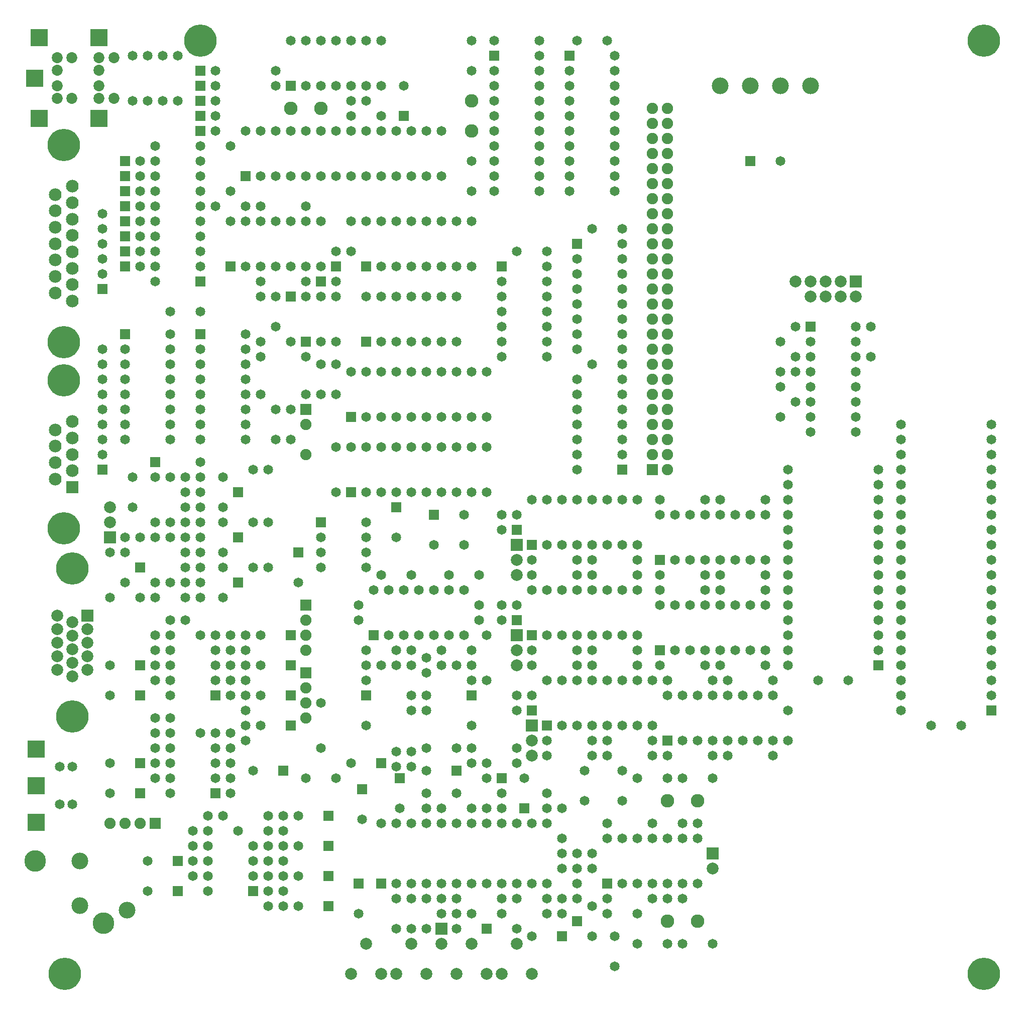
<source format=gbs>
G04*
G04  File:            TOPBOARD-V5.1.2.GBS, Tue Sep 02 17:30:49 2025*
G04  Source:          P-CAD 2006 PCB, Version 19.02.958, (D:\PCAD-2006\Projects\Pentagon-4096\Hardware\TopBoard-v5.1.2.PCB)*
G04  Format:          Gerber Format (RS-274-D), ASCII*
G04*
G04  Format Options:  Absolute Positioning*
G04                   Leading-Zero Suppression*
G04                   Scale Factor 1:1*
G04                   NO Circular Interpolation*
G04                   Inch Units*
G04                   Numeric Format: 4.4 (XXXX.XXXX)*
G04                   G54 NOT Used for Aperture Change*
G04                   Apertures Embedded*
G04*
G04  File Options:    Offset = (0.0mil,0.0mil)*
G04                   Drill Symbol Size = 80.0mil*
G04                   No Pad/Via Holes*
G04*
G04  File Contents:   Pads*
G04                   No Vias*
G04                   No Designators*
G04                   No Types*
G04                   No Values*
G04                   No Drill Symbols*
G04                   Bot Mask*
G04*
%INTOPBOARD-V5.1.2.GBS*%
%ICAS*%
%MOIN*%
G04*
G04  Aperture MACROs for general use --- invoked via D-code assignment *
G04*
G04  General MACRO for flashed round with rotation and/or offset hole *
%AMROTOFFROUND*
1,1,$1,0.0000,0.0000*
1,0,$2,$3,$4*%
G04*
G04  General MACRO for flashed oval (obround) with rotation and/or offset hole *
%AMROTOFFOVAL*
21,1,$1,$2,0.0000,0.0000,$3*
1,1,$4,$5,$6*
1,1,$4,0-$5,0-$6*
1,0,$7,$8,$9*%
G04*
G04  General MACRO for flashed oval (obround) with rotation and no hole *
%AMROTOVALNOHOLE*
21,1,$1,$2,0.0000,0.0000,$3*
1,1,$4,$5,$6*
1,1,$4,0-$5,0-$6*%
G04*
G04  General MACRO for flashed rectangle with rotation and/or offset hole *
%AMROTOFFRECT*
21,1,$1,$2,0.0000,0.0000,$3*
1,0,$4,$5,$6*%
G04*
G04  General MACRO for flashed rectangle with rotation and no hole *
%AMROTRECTNOHOLE*
21,1,$1,$2,0.0000,0.0000,$3*%
G04*
G04  General MACRO for flashed rounded-rectangle *
%AMROUNDRECT*
21,1,$1,$2-$4,0.0000,0.0000,$3*
21,1,$1-$4,$2,0.0000,0.0000,$3*
1,1,$4,$5,$6*
1,1,$4,$7,$8*
1,1,$4,0-$5,0-$6*
1,1,$4,0-$7,0-$8*
1,0,$9,$10,$11*%
G04*
G04  General MACRO for flashed rounded-rectangle with rotation and no hole *
%AMROUNDRECTNOHOLE*
21,1,$1,$2-$4,0.0000,0.0000,$3*
21,1,$1-$4,$2,0.0000,0.0000,$3*
1,1,$4,$5,$6*
1,1,$4,$7,$8*
1,1,$4,0-$5,0-$6*
1,1,$4,0-$7,0-$8*%
G04*
G04  General MACRO for flashed regular polygon *
%AMREGPOLY*
5,1,$1,0.0000,0.0000,$2,$3+$4*
1,0,$5,$6,$7*%
G04*
G04  General MACRO for flashed regular polygon with no hole *
%AMREGPOLYNOHOLE*
5,1,$1,0.0000,0.0000,$2,$3+$4*%
G04*
G04  General MACRO for target *
%AMTARGET*
6,0,0,$1,$2,$3,4,$4,$5,$6*%
G04*
G04  General MACRO for mounting hole *
%AMMTHOLE*
1,1,$1,0,0*
1,0,$2,0,0*
$1=$1-$2*
$1=$1/2*
21,1,$2+$1,$3,0,0,$4*
21,1,$3,$2+$1,0,0,$4*%
G04*
G04*
G04  D10 : "Ellipse X10.0mil Y10.0mil H0.0mil 0.0deg (0.0mil,0.0mil) Draw"*
G04  Disc: OuterDia=0.0100*
%ADD10C, 0.0100*%
G04  D11 : "Ellipse X15.0mil Y15.0mil H0.0mil 0.0deg (0.0mil,0.0mil) Draw"*
G04  Disc: OuterDia=0.0150*
%ADD11C, 0.0150*%
G04  D12 : "Ellipse X16.0mil Y16.0mil H0.0mil 0.0deg (0.0mil,0.0mil) Draw"*
G04  Disc: OuterDia=0.0160*
%ADD12C, 0.0160*%
G04  D13 : "Ellipse X20.0mil Y20.0mil H0.0mil 0.0deg (0.0mil,0.0mil) Draw"*
G04  Disc: OuterDia=0.0200*
%ADD13C, 0.0200*%
G04  D14 : "Ellipse X25.0mil Y25.0mil H0.0mil 0.0deg (0.0mil,0.0mil) Draw"*
G04  Disc: OuterDia=0.0250*
%ADD14C, 0.0250*%
G04  D15 : "Ellipse X40.0mil Y40.0mil H0.0mil 0.0deg (0.0mil,0.0mil) Draw"*
G04  Disc: OuterDia=0.0400*
%ADD15C, 0.0400*%
G04  D16 : "Ellipse X5.0mil Y5.0mil H0.0mil 0.0deg (0.0mil,0.0mil) Draw"*
G04  Disc: OuterDia=0.0050*
%ADD16C, 0.0050*%
G04  D17 : "Ellipse X6.0mil Y6.0mil H0.0mil 0.0deg (0.0mil,0.0mil) Draw"*
G04  Disc: OuterDia=0.0060*
%ADD17C, 0.0060*%
G04  D18 : "Ellipse X9.8mil Y9.8mil H0.0mil 0.0deg (0.0mil,0.0mil) Draw"*
G04  Disc: OuterDia=0.0098*
%ADD18C, 0.0098*%
G04  D19 : "Ellipse X9.8mil Y9.8mil H0.0mil 0.0deg (0.0mil,0.0mil) Draw"*
G04  Disc: OuterDia=0.0098*
%ADD19C, 0.0098*%
G04  D20 : "Ellipse X111.0mil Y111.0mil H0.0mil 0.0deg (0.0mil,0.0mil) Flash"*
G04  Disc: OuterDia=0.1110*
%ADD20C, 0.1110*%
G04  D21 : "Ellipse X128.0mil Y128.0mil H0.0mil 0.0deg (0.0mil,0.0mil) Flash"*
G04  Disc: OuterDia=0.1280*
%ADD21C, 0.1280*%
G04  D22 : "Ellipse X143.0mil Y143.0mil H0.0mil 0.0deg (0.0mil,0.0mil) Flash"*
G04  Disc: OuterDia=0.1430*
%ADD22C, 0.1430*%
G04  D23 : "Ellipse X200.0mil Y200.0mil H0.0mil 0.0deg (0.0mil,0.0mil) Flash"*
G04  Disc: OuterDia=0.2000*
%ADD23C, 0.2000*%
G04  D24 : "Ellipse X215.0mil Y215.0mil H0.0mil 0.0deg (0.0mil,0.0mil) Flash"*
G04  Disc: OuterDia=0.2150*
%ADD24C, 0.2150*%
G04  D25 : "Ellipse X50.0mil Y50.0mil H0.0mil 0.0deg (0.0mil,0.0mil) Flash"*
G04  Disc: OuterDia=0.0500*
%ADD25C, 0.0500*%
G04  D26 : "Ellipse X58.0mil Y58.0mil H0.0mil 0.0deg (0.0mil,0.0mil) Flash"*
G04  Disc: OuterDia=0.0580*
%ADD26C, 0.0580*%
G04  D27 : "Ellipse X60.0mil Y60.0mil H0.0mil 0.0deg (0.0mil,0.0mil) Flash"*
G04  Disc: OuterDia=0.0600*
%ADD27C, 0.0600*%
G04  D28 : "Ellipse X64.0mil Y64.0mil H0.0mil 0.0deg (0.0mil,0.0mil) Flash"*
G04  Disc: OuterDia=0.0640*
%ADD28C, 0.0640*%
G04  D29 : "Ellipse X65.0mil Y65.0mil H0.0mil 0.0deg (0.0mil,0.0mil) Flash"*
G04  Disc: OuterDia=0.0650*
%ADD29C, 0.0650*%
G04  D30 : "Ellipse X69.0mil Y69.0mil H0.0mil 0.0deg (0.0mil,0.0mil) Flash"*
G04  Disc: OuterDia=0.0690*
%ADD30C, 0.0690*%
G04  D31 : "Ellipse X73.0mil Y73.0mil H0.0mil 0.0deg (0.0mil,0.0mil) Flash"*
G04  Disc: OuterDia=0.0730*
%ADD31C, 0.0730*%
G04  D32 : "Ellipse X75.0mil Y75.0mil H0.0mil 0.0deg (0.0mil,0.0mil) Flash"*
G04  Disc: OuterDia=0.0750*
%ADD32C, 0.0750*%
G04  D33 : "Ellipse X79.0mil Y79.0mil H0.0mil 0.0deg (0.0mil,0.0mil) Flash"*
G04  Disc: OuterDia=0.0790*
%ADD33C, 0.0790*%
G04  D34 : "Ellipse X84.0mil Y84.0mil H0.0mil 0.0deg (0.0mil,0.0mil) Flash"*
G04  Disc: OuterDia=0.0840*
%ADD34C, 0.0840*%
G04  D35 : "Ellipse X90.0mil Y90.0mil H0.0mil 0.0deg (0.0mil,0.0mil) Flash"*
G04  Disc: OuterDia=0.0900*
%ADD35C, 0.0900*%
G04  D36 : "Ellipse X96.0mil Y96.0mil H0.0mil 0.0deg (0.0mil,0.0mil) Flash"*
G04  Disc: OuterDia=0.0960*
%ADD36C, 0.0960*%
G04  D37 : "Rectangle X114.0mil Y114.0mil H0.0mil 0.0deg (0.0mil,0.0mil) Flash"*
G04  Square: Side=0.1140, Rotation=0.0, OffsetX=0.0000, OffsetY=0.0000, HoleDia=0.0000*
%ADD37R, 0.1140 X0.1140*%
G04  D38 : "Rectangle X50.0mil Y50.0mil H0.0mil 0.0deg (0.0mil,0.0mil) Flash"*
G04  Square: Side=0.0500, Rotation=0.0, OffsetX=0.0000, OffsetY=0.0000, HoleDia=0.0000*
%ADD38R, 0.0500 X0.0500*%
G04  D39 : "Rectangle X60.0mil Y60.0mil H0.0mil 0.0deg (0.0mil,0.0mil) Flash"*
G04  Square: Side=0.0600, Rotation=0.0, OffsetX=0.0000, OffsetY=0.0000, HoleDia=0.0000*
%ADD39R, 0.0600 X0.0600*%
G04  D40 : "Rectangle X64.0mil Y64.0mil H0.0mil 0.0deg (0.0mil,0.0mil) Flash"*
G04  Square: Side=0.0640, Rotation=0.0, OffsetX=0.0000, OffsetY=0.0000, HoleDia=0.0000*
%ADD40R, 0.0640 X0.0640*%
G04  D41 : "Rectangle X65.0mil Y65.0mil H0.0mil 0.0deg (0.0mil,0.0mil) Flash"*
G04  Square: Side=0.0650, Rotation=0.0, OffsetX=0.0000, OffsetY=0.0000, HoleDia=0.0000*
%ADD41R, 0.0650 X0.0650*%
G04  D42 : "Rectangle X69.0mil Y69.0mil H0.0mil 0.0deg (0.0mil,0.0mil) Flash"*
G04  Square: Side=0.0690, Rotation=0.0, OffsetX=0.0000, OffsetY=0.0000, HoleDia=0.0000*
%ADD42R, 0.0690 X0.0690*%
G04  D43 : "Rectangle X75.0mil Y75.0mil H0.0mil 0.0deg (0.0mil,0.0mil) Flash"*
G04  Square: Side=0.0750, Rotation=0.0, OffsetX=0.0000, OffsetY=0.0000, HoleDia=0.0000*
%ADD43R, 0.0750 X0.0750*%
G04  D44 : "Rectangle X79.0mil Y79.0mil H0.0mil 0.0deg (0.0mil,0.0mil) Flash"*
G04  Square: Side=0.0790, Rotation=0.0, OffsetX=0.0000, OffsetY=0.0000, HoleDia=0.0000*
%ADD44R, 0.0790 X0.0790*%
G04  D45 : "Rectangle X84.0mil Y84.0mil H0.0mil 0.0deg (0.0mil,0.0mil) Flash"*
G04  Square: Side=0.0840, Rotation=0.0, OffsetX=0.0000, OffsetY=0.0000, HoleDia=0.0000*
%ADD45R, 0.0840 X0.0840*%
G04  D46 : "Rectangle X99.0mil Y99.0mil H0.0mil 0.0deg (0.0mil,0.0mil) Flash"*
G04  Square: Side=0.0990, Rotation=0.0, OffsetX=0.0000, OffsetY=0.0000, HoleDia=0.0000*
%ADD46R, 0.0990 X0.0990*%
G04  D47 : "Ellipse X30.0mil Y30.0mil H0.0mil 0.0deg (0.0mil,0.0mil) Flash"*
G04  Disc: OuterDia=0.0300*
%ADD47C, 0.0300*%
G04  D48 : "Ellipse X45.0mil Y45.0mil H0.0mil 0.0deg (0.0mil,0.0mil) Flash"*
G04  Disc: OuterDia=0.0450*
%ADD48C, 0.0450*%
G04*
%FSLAX44Y44*%
%SFA1B1*%
%OFA0.0000B0.0000*%
G04*
G70*
G90*
G01*
D2*
%LNBot Mask*%
D29*
X110000Y175000D3*
Y176000D3*
X108500Y188500D3*
Y186500D3*
X118000Y198500D3*
Y200500D3*
X129500Y182000D3*
X131500D3*
X131000Y209500D3*
Y207500D3*
X151500Y192500D3*
Y194500D3*
Y197500D3*
Y195500D3*
D33*
X107000Y186500D3*
D44*
Y184500D3*
D33*
Y185500D3*
D29*
X110000Y171500D3*
Y170500D3*
Y177000D3*
Y178000D3*
X109000Y180500D3*
X110000D3*
Y188500D3*
Y185500D3*
X109500Y216500D3*
Y213500D3*
X108500Y216500D3*
Y213500D3*
X112500Y162000D3*
Y163000D3*
Y164000D3*
Y165000D3*
X111500Y216500D3*
Y213500D3*
X115000Y167500D3*
Y168500D3*
Y174000D3*
Y175000D3*
Y210500D3*
Y207500D3*
X119000Y193000D3*
Y191000D3*
X118000Y193000D3*
Y191000D3*
D41*
X119000Y200500D3*
D29*
Y197500D3*
X121000Y170500D3*
Y173500D3*
X122000Y187500D3*
Y190500D3*
Y200500D3*
Y197500D3*
X121000D3*
Y200500D3*
Y194000D3*
Y196000D3*
X122000Y194000D3*
Y196000D3*
X127000Y158500D3*
Y160500D3*
X128000Y158500D3*
Y160500D3*
X127000Y177000D3*
Y176000D3*
X130000Y158500D3*
Y159500D3*
X130500Y186000D3*
Y184000D3*
D35*
X131000Y211500D3*
Y213500D3*
D29*
X134000Y158500D3*
Y160500D3*
X133000Y167500D3*
Y166500D3*
D33*
X134000Y176000D3*
D44*
Y178000D3*
D33*
Y177000D3*
D29*
X133000Y179000D3*
Y180000D3*
X137000Y164500D3*
Y166500D3*
X136000D3*
Y167500D3*
X137000Y163500D3*
Y162500D3*
X139000Y163500D3*
Y162500D3*
X142000Y178000D3*
Y181000D3*
X143000Y172000D3*
Y175000D3*
X142000Y184000D3*
Y187000D3*
X152000Y171000D3*
Y173000D3*
X157500Y196500D3*
Y198500D3*
X106500Y190000D3*
Y191000D3*
Y193000D3*
Y194000D3*
Y196000D3*
Y197000D3*
D41*
Y189000D3*
D29*
Y192000D3*
Y195000D3*
X107000Y180500D3*
Y183500D3*
X106500Y203000D3*
Y202000D3*
Y205000D3*
Y206000D3*
D41*
Y201000D3*
D29*
Y204000D3*
X110000Y168500D3*
Y169500D3*
Y181500D3*
Y184500D3*
X115000Y169500D3*
Y170500D3*
X131000Y166500D3*
Y169500D3*
Y215500D3*
Y217500D3*
D41*
X109000Y169500D3*
D29*
X107000D3*
X117500Y160000D3*
X118500D3*
X117500Y164000D3*
X118500D3*
X117500Y166000D3*
X118500D3*
X114500D3*
X113500D3*
X111000Y171500D3*
X113000D3*
X116000Y176000D3*
Y175000D3*
X114000Y178000D3*
X115000D3*
X113000D3*
X111000D3*
X112000Y181500D3*
X113000D3*
X112000Y184500D3*
X113000D3*
X112000Y187500D3*
X113000D3*
X120000Y194000D3*
X117000D3*
Y196500D3*
X120000D3*
X111000Y199500D3*
X113000D3*
X117000Y201500D3*
X120000D3*
D41*
X113000Y211500D3*
D29*
X114000D3*
X118000Y215500D3*
Y214500D3*
D41*
X113000D3*
D29*
X114000D3*
D24*
X113000Y217500D3*
D41*
X123500Y161500D3*
D29*
Y159500D3*
X133000Y160500D3*
X130000D3*
D41*
X125000Y169500D3*
D29*
X123000D3*
X125000Y176000D3*
X126000D3*
X124000Y175000D3*
Y176000D3*
X130000D3*
X129000D3*
X127000Y182000D3*
X125000D3*
X142000Y157500D3*
X144000D3*
X140000Y159500D3*
X142000D3*
X143000Y160500D3*
X140000D3*
X136000D3*
X137000D3*
X143000Y165500D3*
X140000D3*
X142000Y168500D3*
X144000D3*
X143000Y170000D3*
X140000D3*
X139000D3*
X136000D3*
X142000Y176000D3*
X139000D3*
X138000D3*
X135000D3*
X142000Y182000D3*
X139000D3*
X138000D3*
X135000D3*
X141000Y196000D3*
X139000D3*
Y205000D3*
X141000D3*
X138000Y217500D3*
X140000D3*
X148000Y170000D3*
X151000D3*
X148000Y175000D3*
X151000D3*
X147500Y176000D3*
X150500D3*
X156000Y175000D3*
X154000D3*
X147500Y182000D3*
X150500D3*
X147500Y181000D3*
X150500D3*
X147500Y187000D3*
X150500D3*
X163500Y172000D3*
X161500D3*
D24*
X165000Y217500D3*
X104000Y155500D3*
D41*
X109000Y167500D3*
D29*
X107000D3*
D41*
X109000Y174000D3*
D29*
X107000D3*
D41*
X109000Y176000D3*
D29*
X107000D3*
X117500Y162000D3*
X118500D3*
X117500Y165000D3*
X118500D3*
X115500D3*
X113500D3*
X116500Y163000D3*
Y164000D3*
D41*
Y161000D3*
D29*
X113500Y163000D3*
Y164000D3*
Y161000D3*
X116500Y162000D3*
X113500D3*
X116000Y178000D3*
Y177000D3*
Y174000D3*
Y173000D3*
Y172000D3*
Y171000D3*
X114000Y171500D3*
X115000D3*
Y176000D3*
Y177000D3*
X112000Y179000D3*
X111000D3*
X113000Y180500D3*
X112000D3*
D41*
X119000Y178000D3*
D29*
X117000D3*
D41*
X119000Y176000D3*
D29*
X117000D3*
D41*
X119000Y174000D3*
D29*
X117000D3*
D41*
X119000Y172000D3*
D29*
X117000D3*
X114000Y176000D3*
Y177000D3*
D41*
Y174000D3*
D29*
X111000Y176000D3*
Y177000D3*
Y174000D3*
X114000Y175000D3*
X111000D3*
X114500Y185500D3*
Y183500D3*
D41*
X115500Y184500D3*
D29*
X114500Y188500D3*
Y186500D3*
D41*
X115500Y187500D3*
D29*
X113000Y183500D3*
X112000D3*
Y185500D3*
X113000D3*
Y186500D3*
X112000D3*
Y188500D3*
X113000D3*
X111000D3*
Y185500D3*
X116500Y182500D3*
X117500D3*
X116500Y185500D3*
X117500D3*
X116500Y189000D3*
X117500D3*
D41*
X110000Y189500D3*
D29*
X113000D3*
X117000Y197500D3*
Y200500D3*
D41*
X120000Y197500D3*
D29*
Y200500D3*
X110500Y216500D3*
Y213500D3*
X120000Y206500D3*
X117000D3*
X116000D3*
X114000D3*
D41*
X113000Y212500D3*
D29*
X114000D3*
D41*
X113000Y213500D3*
D29*
X114000D3*
D41*
X113000Y215500D3*
D29*
X114000D3*
D41*
X132000Y158500D3*
D29*
X133000Y159500D3*
X131000D3*
X126000Y158500D3*
Y160500D3*
X128000Y167500D3*
X130000D3*
X132000Y168500D3*
Y166500D3*
D41*
X126250Y168500D3*
D29*
Y166500D3*
D41*
X123750Y167750D3*
D29*
Y165750D3*
X129000Y159500D3*
Y160500D3*
X128000Y166500D3*
X129000D3*
X128000Y174000D3*
Y173000D3*
Y175500D3*
Y176500D3*
X127000Y174000D3*
Y173000D3*
X126000Y177000D3*
X124000D3*
D41*
Y174000D3*
D29*
Y172000D3*
X129000Y177000D3*
X131000D3*
D41*
Y174000D3*
D29*
Y172000D3*
X128000Y170500D3*
X130000D3*
X123500Y179000D3*
Y180000D3*
X128500Y178000D3*
X129500D3*
X126500D3*
X125500D3*
X129500Y181000D3*
X128500D3*
X125500D3*
X126500D3*
X127500Y178000D3*
X130500D3*
D41*
X124500D3*
D29*
X130500Y181000D3*
X127500D3*
X124500D3*
X126000Y170250D3*
X127000D3*
X132000Y175000D3*
Y178000D3*
X131000Y175000D3*
Y176000D3*
D41*
X126000Y186500D3*
D29*
Y184500D3*
D41*
X128500Y186000D3*
D29*
Y184000D3*
X131000Y187500D3*
X132000D3*
X128000D3*
X129000D3*
X125000D3*
X126000D3*
D41*
X123000D3*
D29*
X131000Y190500D3*
X132000D3*
X128000D3*
X129000D3*
X125000D3*
X126000D3*
X123000D3*
X130000Y187500D3*
X127000D3*
X124000D3*
X130000Y190500D3*
X127000D3*
X124000D3*
X128000Y197500D3*
X129000D3*
X126000D3*
X125000D3*
X129000Y200500D3*
X128000D3*
X125000D3*
X126000D3*
X127000Y197500D3*
X130000D3*
D41*
X124000D3*
D29*
X130000Y200500D3*
X127000D3*
X124000D3*
X123000Y213500D3*
X124000D3*
X125000Y212500D3*
X123000D3*
D41*
X126500D3*
D29*
Y214500D3*
D41*
X138000Y159000D3*
D29*
X139000Y158000D3*
Y160000D3*
X141000Y169000D3*
Y167000D3*
X136000Y159500D3*
X137000D3*
X138000Y160500D3*
Y161500D3*
Y162500D3*
Y163500D3*
X143000Y171000D3*
X140000D3*
X139000D3*
X136000D3*
X142000Y177000D3*
X139000D3*
X138000D3*
X135000D3*
D41*
Y173000D3*
D29*
Y174000D3*
X140000Y172000D3*
X141000D3*
X138000D3*
X137000D3*
X141000Y175000D3*
X140000D3*
X137000D3*
X138000D3*
X139000Y172000D3*
X142000D3*
D41*
X136000D3*
D29*
X142000Y175000D3*
X139000D3*
X136000D3*
X139000Y178000D3*
X140000D3*
X137000D3*
X136000D3*
X140000Y181000D3*
X139000D3*
X136000D3*
X137000D3*
X138000Y178000D3*
X141000D3*
D41*
X135000D3*
D29*
X141000Y181000D3*
X138000D3*
X135000D3*
X142000Y183000D3*
X139000D3*
X138000D3*
X135000D3*
X139000Y184000D3*
X140000D3*
X137000D3*
X136000D3*
X140000Y187000D3*
X139000D3*
X136000D3*
X137000D3*
X138000Y184000D3*
X141000D3*
D41*
X135000D3*
D29*
X141000Y187000D3*
X138000D3*
X135000D3*
X134000Y203500D3*
X136000D3*
X138000Y197000D3*
Y200000D3*
Y199000D3*
Y202000D3*
Y203000D3*
X141000Y197000D3*
Y199000D3*
Y200000D3*
Y203000D3*
Y202000D3*
X138000Y201000D3*
Y198000D3*
D41*
Y204000D3*
D29*
X141000Y198000D3*
Y201000D3*
Y204000D3*
X137500Y208500D3*
Y207500D3*
Y211500D3*
Y210500D3*
Y214500D3*
Y213500D3*
D41*
Y216500D3*
D29*
X140500Y208500D3*
Y207500D3*
Y211500D3*
Y210500D3*
Y214500D3*
Y213500D3*
Y216500D3*
X137500Y209500D3*
Y212500D3*
Y215500D3*
X140500Y209500D3*
Y212500D3*
Y215500D3*
D33*
X147000Y162500D3*
D44*
Y163500D3*
D29*
X152500Y196500D3*
Y198500D3*
D33*
X155500Y201500D3*
X156500Y200500D3*
X155500D3*
D44*
X156500Y201500D3*
D33*
X153500D3*
X152500D3*
X153500Y200500D3*
X154500Y201500D3*
Y200500D3*
D41*
X149500Y209500D3*
D29*
X151500D3*
D24*
X165000Y155500D3*
D29*
X104500Y166750D3*
X103687D3*
D37*
X102125Y168000D3*
Y170437D3*
D29*
X103687Y169250D3*
X104500D3*
D37*
X102125Y165562D3*
D34*
X103381Y190544D3*
Y191634D3*
Y188364D3*
Y189454D3*
X104501Y191089D3*
Y192179D3*
Y188909D3*
D45*
Y187819D3*
D34*
Y189999D3*
D24*
X103944Y194912D3*
Y185075D3*
D33*
X103500Y179300D3*
Y178400D3*
X104500Y178850D3*
Y177950D3*
X103500Y176600D3*
Y175700D3*
X104500Y177050D3*
Y176150D3*
Y175250D3*
X105500Y178400D3*
D44*
Y179300D3*
D33*
Y176600D3*
Y175700D3*
X103500Y177500D3*
X105500Y177499D3*
D24*
X104500Y182412D3*
Y172575D3*
D31*
X107279Y216338D3*
X104484D3*
X107279Y213661D3*
X104484D3*
X103500Y216338D3*
Y215511D3*
X106295Y216338D3*
Y215511D3*
X103500Y214488D3*
Y213661D3*
X106295Y214488D3*
Y213661D3*
D37*
X102003Y215000D3*
X102318Y217677D3*
Y212322D3*
X106295Y217677D3*
Y212322D3*
D29*
X114500Y182500D3*
Y180500D3*
D41*
X115500Y181500D3*
D29*
X112000Y182500D3*
X113000D3*
X111000Y184500D3*
Y181500D3*
D41*
X118500Y169000D3*
D29*
X116500D3*
D41*
X119500Y183500D3*
D29*
Y181500D3*
X113000Y191000D3*
Y194000D3*
Y193000D3*
Y196000D3*
Y197000D3*
X116000Y191000D3*
Y193000D3*
Y194000D3*
Y197000D3*
Y196000D3*
X113000Y195000D3*
Y192000D3*
D41*
Y198000D3*
D29*
X116000Y192000D3*
Y195000D3*
Y198000D3*
X114000Y169500D3*
Y170500D3*
D41*
Y167500D3*
D29*
X111000Y169500D3*
Y170500D3*
Y167500D3*
X114000Y168500D3*
X111000D3*
X113000Y209500D3*
Y210500D3*
Y206500D3*
Y207500D3*
Y203500D3*
Y204500D3*
D41*
Y201500D3*
D29*
X110000Y209500D3*
Y210500D3*
Y206500D3*
Y207500D3*
Y203500D3*
Y204500D3*
Y201500D3*
X113000Y208500D3*
Y205500D3*
Y202500D3*
X110000Y208500D3*
Y205500D3*
Y202500D3*
D33*
X130000Y155500D3*
X132000D3*
X131000Y157500D3*
D41*
X130000Y169000D3*
D29*
X128000D3*
X131000Y192500D3*
X132000D3*
X128000D3*
X129000D3*
X125000D3*
X126000D3*
D41*
X123000D3*
D29*
X131000Y195500D3*
X132000D3*
X128000D3*
X129000D3*
X125000D3*
X126000D3*
X123000D3*
X130000Y192500D3*
X127000D3*
X124000D3*
X130000Y195500D3*
X127000D3*
X124000D3*
X126000Y169250D3*
X127000D3*
D33*
X126000Y155500D3*
X128000D3*
X127000Y157500D3*
X123000Y155500D3*
X125000D3*
X124000Y157500D3*
X129000D3*
D44*
Y158500D3*
D29*
X131500Y179000D3*
Y180000D3*
X123000Y203500D3*
Y205500D3*
X131000Y202500D3*
X128000D3*
X129000D3*
X126000D3*
X125000D3*
X131000Y205500D3*
X129000D3*
X128000D3*
X125000D3*
X126000D3*
X127000Y202500D3*
X130000D3*
D41*
X124000D3*
D29*
X130000Y205500D3*
X127000D3*
X124000D3*
X138500Y169000D3*
Y167000D3*
X140500Y158000D3*
Y156000D3*
D41*
X137000Y158000D3*
D29*
X135000D3*
X141000Y193000D3*
Y194000D3*
Y191000D3*
Y190000D3*
X138000Y194000D3*
Y193000D3*
Y190000D3*
Y191000D3*
X141000Y192000D3*
Y195000D3*
D41*
Y189000D3*
D29*
X138000Y195000D3*
Y192000D3*
Y189000D3*
X152500Y193500D3*
Y195500D3*
X153500Y191500D3*
Y194500D3*
Y193500D3*
Y196500D3*
Y197500D3*
X156500Y191500D3*
Y193500D3*
Y194500D3*
Y197500D3*
Y196500D3*
X153500Y195500D3*
Y192500D3*
D41*
Y198500D3*
D29*
X156500Y192500D3*
Y195500D3*
Y198500D3*
X165500Y192000D3*
Y189000D3*
Y190000D3*
Y186000D3*
Y187000D3*
Y183000D3*
Y184000D3*
Y180000D3*
Y181000D3*
Y177000D3*
Y178000D3*
Y175000D3*
Y174000D3*
X159500Y192000D3*
Y190000D3*
Y189000D3*
Y187000D3*
Y186000D3*
Y184000D3*
Y183000D3*
Y181000D3*
Y180000D3*
Y177000D3*
Y178000D3*
Y175000D3*
Y174000D3*
X165500Y182000D3*
Y185000D3*
Y188000D3*
Y191000D3*
Y176000D3*
Y179000D3*
D41*
Y173000D3*
D29*
X159500Y191000D3*
Y188000D3*
Y185000D3*
Y182000D3*
Y179000D3*
Y176000D3*
Y173000D3*
D34*
X103379Y205089D3*
Y206179D3*
Y202910D3*
Y201820D3*
X104499Y207814D3*
Y204544D3*
Y205634D3*
X104499Y202365D3*
X104499Y203454D3*
X104499Y200185D3*
X103379Y203999D3*
Y207269D3*
Y200730D3*
X104499Y206724D3*
D24*
X103943Y210547D3*
D34*
X104499Y201275D3*
D24*
X103943Y197440D3*
D29*
X147000Y157500D3*
X145000D3*
X117500Y161000D3*
X118500D3*
X145000Y160500D3*
X144000D3*
X117500Y163000D3*
X118500D3*
D35*
X144000Y167000D3*
X146000D3*
D41*
X133000Y168500D3*
D29*
X134000Y169500D3*
X132000D3*
X147000Y168500D3*
X145000D3*
X144000Y170000D3*
X147000D3*
X111000Y172500D3*
X110000D3*
X144000Y175000D3*
X147000D3*
X143500Y176000D3*
X146500D3*
X143500Y182000D3*
X146500D3*
X143500Y181000D3*
X146500D3*
X108000Y184500D3*
X109000D3*
X143500Y187000D3*
X146500D3*
D41*
X108000Y202500D3*
D29*
X109000D3*
D41*
X108000Y205500D3*
D29*
X109000D3*
D41*
X108000Y208500D3*
D29*
X109000D3*
X132500Y217500D3*
X135500D3*
D41*
X121500Y166000D3*
D29*
X119500D3*
D41*
X121500Y160000D3*
D29*
X119500D3*
D41*
X121500Y162000D3*
D29*
X119500D3*
D41*
X121500Y164000D3*
D29*
X119500D3*
D41*
X111500Y161000D3*
D29*
X109500D3*
D41*
X111500Y163000D3*
D29*
X109500D3*
D41*
X134500Y166500D3*
D29*
Y168500D3*
D35*
X144000Y159000D3*
X146000D3*
D43*
X110000Y165500D3*
D32*
X109000D3*
X107000D3*
X108000D3*
D29*
X146000D3*
X145000D3*
X135000Y161500D3*
X134000D3*
X132000D3*
X131000D3*
X129000D3*
X128000D3*
X126000D3*
D41*
X125000D3*
D29*
X135000Y165500D3*
X134000D3*
X132000D3*
X131000D3*
X129000D3*
X128000D3*
X126000D3*
X125000D3*
X136000Y161500D3*
X133000D3*
X130000D3*
X127000D3*
X136000Y165500D3*
X133000D3*
X130000D3*
X127000D3*
X144000Y161500D3*
X145000D3*
X142000D3*
X141000D3*
X145000Y164500D3*
X144000D3*
X142000D3*
X141000D3*
X143000Y161500D3*
X146000D3*
D41*
X140000D3*
D29*
X146000Y164500D3*
X143000D3*
X140000D3*
D43*
X120000Y180000D3*
D32*
Y179000D3*
Y177000D3*
Y178000D3*
D43*
Y175500D3*
D32*
Y174500D3*
Y172500D3*
Y173500D3*
D29*
X134000Y173000D3*
Y174000D3*
X150500Y177000D3*
X148500D3*
X147500D3*
X145500D3*
X144500D3*
X150500Y180000D3*
X148500D3*
X147500D3*
X144500D3*
X145500D3*
X149500Y177000D3*
X146500D3*
D41*
X143500D3*
D29*
X149500Y180000D3*
X143500D3*
X146500D3*
X134000Y170500D3*
X131000D3*
D41*
X134000Y179000D3*
D29*
Y180000D3*
X121000Y183500D3*
Y182500D3*
D41*
Y185500D3*
D29*
X124000Y183500D3*
Y182500D3*
Y185500D3*
X121000Y184500D3*
X124000D3*
X150500Y183000D3*
X148500D3*
X147500D3*
X145500D3*
X144500D3*
X150500Y186000D3*
X148500D3*
X147500D3*
X144500D3*
X145500D3*
X149500Y183000D3*
X146500D3*
D41*
X143500D3*
D29*
X149500Y186000D3*
X143500D3*
X146500D3*
X133000Y185000D3*
Y186000D3*
D41*
X134000Y185000D3*
D29*
Y186000D3*
D41*
X108000Y203500D3*
D29*
X109000D3*
D41*
X108000Y204500D3*
D29*
X109000D3*
D41*
X121000Y201500D3*
D29*
X122000D3*
X133000Y198500D3*
Y197500D3*
Y200500D3*
Y201500D3*
X136000Y197500D3*
Y198500D3*
Y201500D3*
Y200500D3*
X133000Y199500D3*
Y196500D3*
D41*
Y202500D3*
D29*
X136000Y196500D3*
Y199500D3*
Y202500D3*
D35*
X119000Y213000D3*
X121000D3*
D41*
X108000Y207500D3*
D29*
X109000D3*
D41*
X108000Y209500D3*
D29*
X109000D3*
D41*
X108000Y206500D3*
D29*
X109000D3*
X129000Y208500D3*
Y211500D3*
X127000Y208500D3*
X126000D3*
X127000Y211500D3*
X126000D3*
X124000Y208500D3*
X123000D3*
X124000Y211500D3*
X123000D3*
X121000Y208500D3*
X120000D3*
Y211500D3*
X121000D3*
X118000Y208500D3*
X117000D3*
X118000Y211500D3*
X117000D3*
X128000Y208500D3*
X125000D3*
X122000D3*
X128000Y211500D3*
X125000D3*
X122000D3*
X119000Y208500D3*
D41*
X116000D3*
D29*
X119000Y211500D3*
X116000D3*
X132500Y208500D3*
Y207500D3*
Y211500D3*
Y210500D3*
Y214500D3*
Y213500D3*
D41*
Y216500D3*
D29*
X135500Y208500D3*
Y207500D3*
Y211500D3*
Y210500D3*
Y214500D3*
Y213500D3*
Y216500D3*
X132500Y209500D3*
Y212500D3*
Y215500D3*
X135500Y209500D3*
Y212500D3*
Y215500D3*
X108000Y183500D3*
Y181500D3*
D41*
X109000Y182500D3*
D29*
X122000Y168500D3*
X120000D3*
D33*
X133000Y155500D3*
X135000D3*
X134000Y157500D3*
D29*
X108000Y191000D3*
Y194000D3*
Y193000D3*
Y196000D3*
Y197000D3*
X111000Y191000D3*
Y193000D3*
Y194000D3*
Y197000D3*
Y196000D3*
X108000Y195000D3*
Y192000D3*
D41*
Y198000D3*
D29*
X111000Y192000D3*
Y195000D3*
Y198000D3*
D32*
X120000Y192000D3*
D43*
Y193000D3*
D32*
Y190000D3*
D33*
X134000Y182000D3*
D44*
Y184000D3*
D33*
Y183000D3*
X135000Y170000D3*
D44*
Y172000D3*
D33*
Y171000D3*
D29*
X123000Y214500D3*
X124000D3*
X121000D3*
X120000D3*
X124000Y217500D3*
X123000D3*
X120000D3*
X121000D3*
X122000Y214500D3*
X125000D3*
D41*
X119000D3*
D29*
X125000Y217500D3*
X122000D3*
X119000D3*
D41*
X122000Y202500D3*
D29*
Y203500D3*
X119000Y202500D3*
X120000D3*
X117000D3*
X116000D3*
X120000Y205500D3*
X119000D3*
X116000D3*
X117000D3*
X118000Y202500D3*
X121000D3*
D41*
X115000D3*
D29*
X121000Y205500D3*
X118000D3*
X115000D3*
X158000Y189000D3*
Y187000D3*
Y186000D3*
Y184000D3*
Y183000D3*
Y181000D3*
Y180000D3*
Y178000D3*
Y177000D3*
X152000Y189000D3*
Y187000D3*
Y186000D3*
Y184000D3*
Y183000D3*
Y180000D3*
Y181000D3*
Y178000D3*
Y177000D3*
X158000Y188000D3*
Y185000D3*
Y182000D3*
Y179000D3*
D41*
Y176000D3*
D29*
X152000Y188000D3*
Y185000D3*
Y182000D3*
Y179000D3*
Y176000D3*
D32*
X144000Y212000D3*
Y213000D3*
Y209000D3*
Y210000D3*
Y206000D3*
Y207000D3*
Y203000D3*
Y204000D3*
Y200000D3*
Y201000D3*
Y197000D3*
Y198000D3*
Y194000D3*
Y195000D3*
Y191000D3*
Y192000D3*
Y189000D3*
Y211000D3*
Y208000D3*
Y205000D3*
Y202000D3*
Y199000D3*
Y196000D3*
Y193000D3*
Y190000D3*
X143000Y212000D3*
Y213000D3*
Y209000D3*
Y210000D3*
Y206000D3*
Y207000D3*
Y203000D3*
Y204000D3*
Y200000D3*
Y201000D3*
Y197000D3*
Y198000D3*
Y194000D3*
Y195000D3*
Y191000D3*
Y192000D3*
D43*
Y189000D3*
D32*
Y211000D3*
Y208000D3*
Y205000D3*
Y202000D3*
Y199000D3*
Y196000D3*
Y193000D3*
Y190000D3*
D20*
X105000Y162976D3*
D22*
X102047D3*
D20*
X108149Y159728D3*
X105000Y160023D3*
D22*
X106574Y158862D3*
D29*
X151000Y171000D3*
X149000D3*
X148000D3*
X146000D3*
X145000D3*
X151000Y174000D3*
X149000D3*
X148000D3*
X145000D3*
X146000D3*
X150000Y171000D3*
X147000D3*
D41*
X144000D3*
D29*
X150000Y174000D3*
X144000D3*
X147000D3*
D20*
X149500Y214500D3*
X151500D3*
X147500D3*
X153500D3*
D02M02*

</source>
